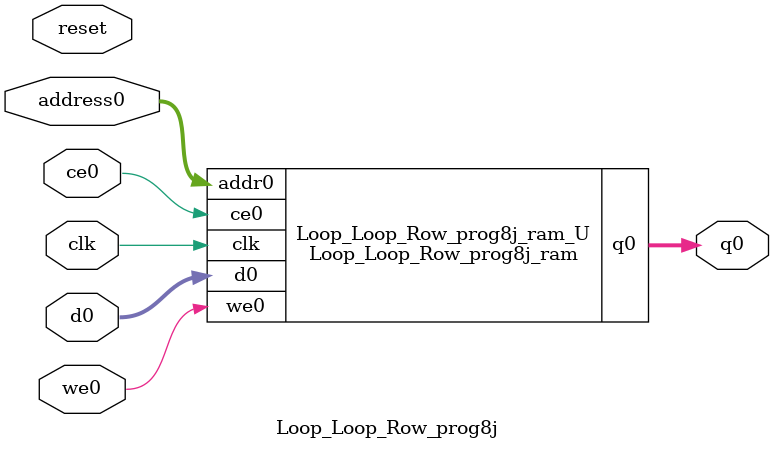
<source format=v>
`timescale 1 ns / 1 ps
module Loop_Loop_Row_prog8j_ram (addr0, ce0, d0, we0, q0,  clk);

parameter DWIDTH = 9;
parameter AWIDTH = 9;
parameter MEM_SIZE = 360;

input[AWIDTH-1:0] addr0;
input ce0;
input[DWIDTH-1:0] d0;
input we0;
output reg[DWIDTH-1:0] q0;
input clk;

(* ram_style = "block" *)reg [DWIDTH-1:0] ram[0:MEM_SIZE-1];




always @(posedge clk)  
begin 
    if (ce0) 
    begin
        if (we0) 
        begin 
            ram[addr0] <= d0; 
        end 
        q0 <= ram[addr0];
    end
end


endmodule

`timescale 1 ns / 1 ps
module Loop_Loop_Row_prog8j(
    reset,
    clk,
    address0,
    ce0,
    we0,
    d0,
    q0);

parameter DataWidth = 32'd9;
parameter AddressRange = 32'd360;
parameter AddressWidth = 32'd9;
input reset;
input clk;
input[AddressWidth - 1:0] address0;
input ce0;
input we0;
input[DataWidth - 1:0] d0;
output[DataWidth - 1:0] q0;



Loop_Loop_Row_prog8j_ram Loop_Loop_Row_prog8j_ram_U(
    .clk( clk ),
    .addr0( address0 ),
    .ce0( ce0 ),
    .we0( we0 ),
    .d0( d0 ),
    .q0( q0 ));

endmodule


</source>
